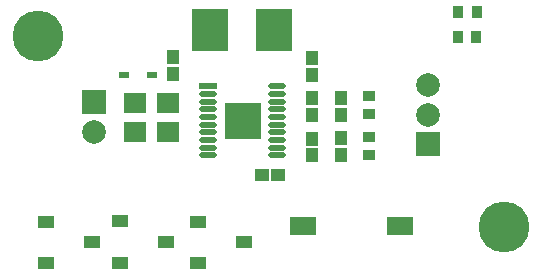
<source format=gts>
G04*
G04 #@! TF.GenerationSoftware,Altium Limited,Altium Designer,19.1.6 (110)*
G04*
G04 Layer_Color=8388736*
%FSLAX43Y43*%
%MOMM*%
G71*
G01*
G75*
%ADD14R,1.100X1.250*%
%ADD15R,2.250X1.600*%
%ADD16R,0.950X0.500*%
%ADD17R,0.950X1.000*%
%ADD18R,0.900X1.050*%
%ADD19R,1.000X0.950*%
%ADD20R,3.060X3.060*%
%ADD21O,1.500X0.550*%
%ADD22R,1.500X0.550*%
%ADD23R,1.250X1.100*%
%ADD24R,1.900X1.750*%
%ADD25R,3.050X3.600*%
%ADD26R,1.400X1.100*%
%ADD27C,4.300*%
%ADD28R,2.000X2.000*%
%ADD29C,2.000*%
D14*
X72700Y89225D02*
D03*
Y87825D02*
D03*
X75100Y81025D02*
D03*
Y82425D02*
D03*
X72700Y85800D02*
D03*
Y84400D02*
D03*
X75100Y85825D02*
D03*
Y84425D02*
D03*
X72700Y81000D02*
D03*
Y82400D02*
D03*
X60900Y87900D02*
D03*
Y89300D02*
D03*
D15*
X80150Y75014D02*
D03*
X71900D02*
D03*
D16*
X56750Y87800D02*
D03*
X59100D02*
D03*
D17*
X86600Y91000D02*
D03*
X85050D02*
D03*
D18*
X85000Y93100D02*
D03*
X86650D02*
D03*
D19*
X77500Y80975D02*
D03*
Y82525D02*
D03*
Y84450D02*
D03*
Y86000D02*
D03*
D20*
X66800Y83900D02*
D03*
D21*
X69750Y80975D02*
D03*
Y81625D02*
D03*
Y82275D02*
D03*
Y82925D02*
D03*
Y83575D02*
D03*
Y84225D02*
D03*
Y84875D02*
D03*
Y85525D02*
D03*
Y86175D02*
D03*
Y86825D02*
D03*
X63850Y80975D02*
D03*
Y81625D02*
D03*
Y82275D02*
D03*
Y82925D02*
D03*
Y83575D02*
D03*
Y84225D02*
D03*
Y84875D02*
D03*
Y85525D02*
D03*
Y86175D02*
D03*
D22*
Y86825D02*
D03*
D23*
X68400Y79300D02*
D03*
X69800D02*
D03*
D24*
X60500Y85425D02*
D03*
Y82975D02*
D03*
X57700Y85425D02*
D03*
Y82975D02*
D03*
D25*
X64000Y91600D02*
D03*
X69450D02*
D03*
D26*
X54025Y73624D02*
D03*
X50125Y71874D02*
D03*
Y75374D02*
D03*
X66925Y73624D02*
D03*
X63025Y71874D02*
D03*
Y75374D02*
D03*
X60300Y73650D02*
D03*
X56400Y71900D02*
D03*
Y75400D02*
D03*
D27*
X88900Y74900D02*
D03*
X49500Y91100D02*
D03*
D28*
X82500Y81900D02*
D03*
X54200Y85500D02*
D03*
D29*
X82500Y84400D02*
D03*
Y86900D02*
D03*
X54200Y83000D02*
D03*
M02*

</source>
